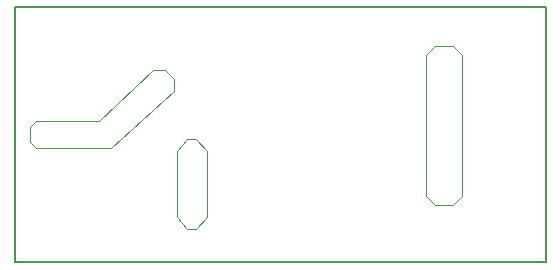
<source format=gbr>
G04 #@! TF.GenerationSoftware,KiCad,Pcbnew,5.1.5-52549c5~84~ubuntu18.04.1*
G04 #@! TF.CreationDate,2020-02-24T19:49:59+02:00*
G04 #@! TF.ProjectId,kello-zcdetector,6b656c6c-6f2d-47a6-9364-65746563746f,rev?*
G04 #@! TF.SameCoordinates,Original*
G04 #@! TF.FileFunction,Profile,NP*
%FSLAX46Y46*%
G04 Gerber Fmt 4.6, Leading zero omitted, Abs format (unit mm)*
G04 Created by KiCad (PCBNEW 5.1.5-52549c5~84~ubuntu18.04.1) date 2020-02-24 19:49:59*
%MOMM*%
%LPD*%
G04 APERTURE LIST*
%ADD10C,0.100000*%
%ADD11C,0.200000*%
G04 APERTURE END LIST*
D10*
X25527000Y-19177000D02*
X20193000Y-24003000D01*
X20193000Y-24003000D02*
X13843000Y-24003000D01*
X13843000Y-24003000D02*
X13335000Y-23495000D01*
X13335000Y-23495000D02*
X13335000Y-22225000D01*
X13335000Y-22225000D02*
X13843000Y-21717000D01*
X13843000Y-21717000D02*
X19177000Y-21717000D01*
X19177000Y-21717000D02*
X23749000Y-17399000D01*
X23749000Y-17399000D02*
X24765000Y-17399000D01*
X24765000Y-17399000D02*
X25527000Y-18161000D01*
X25527000Y-18161000D02*
X25527000Y-19177000D01*
X28321000Y-24257000D02*
X28321000Y-29845000D01*
X28321000Y-29845000D02*
X27432000Y-30861000D01*
X27432000Y-30861000D02*
X26670000Y-30861000D01*
X26670000Y-30861000D02*
X25781000Y-29845000D01*
X25781000Y-29845000D02*
X25781000Y-24257000D01*
X25781000Y-24257000D02*
X26670000Y-23241000D01*
X26670000Y-23241000D02*
X27432000Y-23241000D01*
X27432000Y-23241000D02*
X28321000Y-24257000D01*
X49911000Y-16129000D02*
X49911000Y-28067000D01*
X49911000Y-28067000D02*
X49149000Y-28829000D01*
X49149000Y-28829000D02*
X47625000Y-28829000D01*
X47625000Y-28829000D02*
X46863000Y-28067000D01*
X46863000Y-28067000D02*
X46863000Y-16129000D01*
X46863000Y-16129000D02*
X47625000Y-15367000D01*
X47625000Y-15367000D02*
X49149000Y-15367000D01*
X49149000Y-15367000D02*
X49911000Y-16129000D01*
D11*
X57023000Y-12065000D02*
X12065000Y-12065000D01*
X57023000Y-33655000D02*
X57023000Y-12065000D01*
X12065000Y-33655000D02*
X57023000Y-33655000D01*
X12065000Y-12065000D02*
X12065000Y-33655000D01*
M02*

</source>
